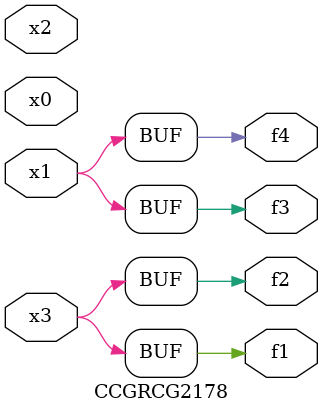
<source format=v>
module CCGRCG2178(
	input x0, x1, x2, x3,
	output f1, f2, f3, f4
);
	assign f1 = x3;
	assign f2 = x3;
	assign f3 = x1;
	assign f4 = x1;
endmodule

</source>
